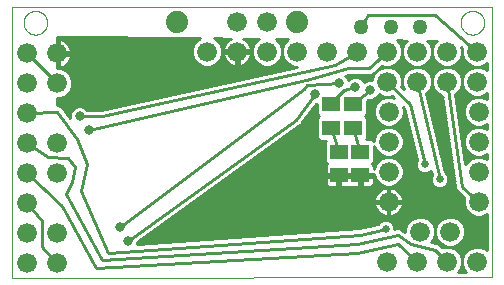
<source format=gtl>
G75*
%MOIN*%
%OFA0B0*%
%FSLAX25Y25*%
%IPPOS*%
%LPD*%
%AMOC8*
5,1,8,0,0,1.08239X$1,22.5*
%
%ADD10C,0.00000*%
%ADD11C,0.06600*%
%ADD12C,0.05000*%
%ADD13C,0.07400*%
%ADD14R,0.05906X0.05118*%
%ADD15C,0.01000*%
%ADD16C,0.03200*%
%ADD17C,0.02500*%
D10*
X0005000Y0010770D02*
X0005000Y0101270D01*
X0165000Y0101270D01*
X0165000Y0011270D01*
X0005000Y0010770D01*
X0008858Y0095916D02*
X0008860Y0096041D01*
X0008866Y0096166D01*
X0008876Y0096290D01*
X0008890Y0096414D01*
X0008907Y0096538D01*
X0008929Y0096661D01*
X0008955Y0096783D01*
X0008984Y0096905D01*
X0009017Y0097025D01*
X0009055Y0097144D01*
X0009095Y0097263D01*
X0009140Y0097379D01*
X0009188Y0097494D01*
X0009240Y0097608D01*
X0009296Y0097720D01*
X0009355Y0097830D01*
X0009417Y0097938D01*
X0009483Y0098045D01*
X0009552Y0098149D01*
X0009625Y0098250D01*
X0009700Y0098350D01*
X0009779Y0098447D01*
X0009861Y0098541D01*
X0009946Y0098633D01*
X0010033Y0098722D01*
X0010124Y0098808D01*
X0010217Y0098891D01*
X0010313Y0098972D01*
X0010411Y0099049D01*
X0010511Y0099123D01*
X0010614Y0099194D01*
X0010719Y0099261D01*
X0010827Y0099326D01*
X0010936Y0099386D01*
X0011047Y0099444D01*
X0011160Y0099497D01*
X0011274Y0099547D01*
X0011390Y0099594D01*
X0011507Y0099636D01*
X0011626Y0099675D01*
X0011746Y0099711D01*
X0011867Y0099742D01*
X0011989Y0099770D01*
X0012111Y0099793D01*
X0012235Y0099813D01*
X0012359Y0099829D01*
X0012483Y0099841D01*
X0012608Y0099849D01*
X0012733Y0099853D01*
X0012857Y0099853D01*
X0012982Y0099849D01*
X0013107Y0099841D01*
X0013231Y0099829D01*
X0013355Y0099813D01*
X0013479Y0099793D01*
X0013601Y0099770D01*
X0013723Y0099742D01*
X0013844Y0099711D01*
X0013964Y0099675D01*
X0014083Y0099636D01*
X0014200Y0099594D01*
X0014316Y0099547D01*
X0014430Y0099497D01*
X0014543Y0099444D01*
X0014654Y0099386D01*
X0014764Y0099326D01*
X0014871Y0099261D01*
X0014976Y0099194D01*
X0015079Y0099123D01*
X0015179Y0099049D01*
X0015277Y0098972D01*
X0015373Y0098891D01*
X0015466Y0098808D01*
X0015557Y0098722D01*
X0015644Y0098633D01*
X0015729Y0098541D01*
X0015811Y0098447D01*
X0015890Y0098350D01*
X0015965Y0098250D01*
X0016038Y0098149D01*
X0016107Y0098045D01*
X0016173Y0097938D01*
X0016235Y0097830D01*
X0016294Y0097720D01*
X0016350Y0097608D01*
X0016402Y0097494D01*
X0016450Y0097379D01*
X0016495Y0097263D01*
X0016535Y0097144D01*
X0016573Y0097025D01*
X0016606Y0096905D01*
X0016635Y0096783D01*
X0016661Y0096661D01*
X0016683Y0096538D01*
X0016700Y0096414D01*
X0016714Y0096290D01*
X0016724Y0096166D01*
X0016730Y0096041D01*
X0016732Y0095916D01*
X0016730Y0095791D01*
X0016724Y0095666D01*
X0016714Y0095542D01*
X0016700Y0095418D01*
X0016683Y0095294D01*
X0016661Y0095171D01*
X0016635Y0095049D01*
X0016606Y0094927D01*
X0016573Y0094807D01*
X0016535Y0094688D01*
X0016495Y0094569D01*
X0016450Y0094453D01*
X0016402Y0094338D01*
X0016350Y0094224D01*
X0016294Y0094112D01*
X0016235Y0094002D01*
X0016173Y0093894D01*
X0016107Y0093787D01*
X0016038Y0093683D01*
X0015965Y0093582D01*
X0015890Y0093482D01*
X0015811Y0093385D01*
X0015729Y0093291D01*
X0015644Y0093199D01*
X0015557Y0093110D01*
X0015466Y0093024D01*
X0015373Y0092941D01*
X0015277Y0092860D01*
X0015179Y0092783D01*
X0015079Y0092709D01*
X0014976Y0092638D01*
X0014871Y0092571D01*
X0014763Y0092506D01*
X0014654Y0092446D01*
X0014543Y0092388D01*
X0014430Y0092335D01*
X0014316Y0092285D01*
X0014200Y0092238D01*
X0014083Y0092196D01*
X0013964Y0092157D01*
X0013844Y0092121D01*
X0013723Y0092090D01*
X0013601Y0092062D01*
X0013479Y0092039D01*
X0013355Y0092019D01*
X0013231Y0092003D01*
X0013107Y0091991D01*
X0012982Y0091983D01*
X0012857Y0091979D01*
X0012733Y0091979D01*
X0012608Y0091983D01*
X0012483Y0091991D01*
X0012359Y0092003D01*
X0012235Y0092019D01*
X0012111Y0092039D01*
X0011989Y0092062D01*
X0011867Y0092090D01*
X0011746Y0092121D01*
X0011626Y0092157D01*
X0011507Y0092196D01*
X0011390Y0092238D01*
X0011274Y0092285D01*
X0011160Y0092335D01*
X0011047Y0092388D01*
X0010936Y0092446D01*
X0010826Y0092506D01*
X0010719Y0092571D01*
X0010614Y0092638D01*
X0010511Y0092709D01*
X0010411Y0092783D01*
X0010313Y0092860D01*
X0010217Y0092941D01*
X0010124Y0093024D01*
X0010033Y0093110D01*
X0009946Y0093199D01*
X0009861Y0093291D01*
X0009779Y0093385D01*
X0009700Y0093482D01*
X0009625Y0093582D01*
X0009552Y0093683D01*
X0009483Y0093787D01*
X0009417Y0093894D01*
X0009355Y0094002D01*
X0009296Y0094112D01*
X0009240Y0094224D01*
X0009188Y0094338D01*
X0009140Y0094453D01*
X0009095Y0094569D01*
X0009055Y0094688D01*
X0009017Y0094807D01*
X0008984Y0094927D01*
X0008955Y0095049D01*
X0008929Y0095171D01*
X0008907Y0095294D01*
X0008890Y0095418D01*
X0008876Y0095542D01*
X0008866Y0095666D01*
X0008860Y0095791D01*
X0008858Y0095916D01*
X0154528Y0095916D02*
X0154530Y0096041D01*
X0154536Y0096166D01*
X0154546Y0096290D01*
X0154560Y0096414D01*
X0154577Y0096538D01*
X0154599Y0096661D01*
X0154625Y0096783D01*
X0154654Y0096905D01*
X0154687Y0097025D01*
X0154725Y0097144D01*
X0154765Y0097263D01*
X0154810Y0097379D01*
X0154858Y0097494D01*
X0154910Y0097608D01*
X0154966Y0097720D01*
X0155025Y0097830D01*
X0155087Y0097938D01*
X0155153Y0098045D01*
X0155222Y0098149D01*
X0155295Y0098250D01*
X0155370Y0098350D01*
X0155449Y0098447D01*
X0155531Y0098541D01*
X0155616Y0098633D01*
X0155703Y0098722D01*
X0155794Y0098808D01*
X0155887Y0098891D01*
X0155983Y0098972D01*
X0156081Y0099049D01*
X0156181Y0099123D01*
X0156284Y0099194D01*
X0156389Y0099261D01*
X0156497Y0099326D01*
X0156606Y0099386D01*
X0156717Y0099444D01*
X0156830Y0099497D01*
X0156944Y0099547D01*
X0157060Y0099594D01*
X0157177Y0099636D01*
X0157296Y0099675D01*
X0157416Y0099711D01*
X0157537Y0099742D01*
X0157659Y0099770D01*
X0157781Y0099793D01*
X0157905Y0099813D01*
X0158029Y0099829D01*
X0158153Y0099841D01*
X0158278Y0099849D01*
X0158403Y0099853D01*
X0158527Y0099853D01*
X0158652Y0099849D01*
X0158777Y0099841D01*
X0158901Y0099829D01*
X0159025Y0099813D01*
X0159149Y0099793D01*
X0159271Y0099770D01*
X0159393Y0099742D01*
X0159514Y0099711D01*
X0159634Y0099675D01*
X0159753Y0099636D01*
X0159870Y0099594D01*
X0159986Y0099547D01*
X0160100Y0099497D01*
X0160213Y0099444D01*
X0160324Y0099386D01*
X0160434Y0099326D01*
X0160541Y0099261D01*
X0160646Y0099194D01*
X0160749Y0099123D01*
X0160849Y0099049D01*
X0160947Y0098972D01*
X0161043Y0098891D01*
X0161136Y0098808D01*
X0161227Y0098722D01*
X0161314Y0098633D01*
X0161399Y0098541D01*
X0161481Y0098447D01*
X0161560Y0098350D01*
X0161635Y0098250D01*
X0161708Y0098149D01*
X0161777Y0098045D01*
X0161843Y0097938D01*
X0161905Y0097830D01*
X0161964Y0097720D01*
X0162020Y0097608D01*
X0162072Y0097494D01*
X0162120Y0097379D01*
X0162165Y0097263D01*
X0162205Y0097144D01*
X0162243Y0097025D01*
X0162276Y0096905D01*
X0162305Y0096783D01*
X0162331Y0096661D01*
X0162353Y0096538D01*
X0162370Y0096414D01*
X0162384Y0096290D01*
X0162394Y0096166D01*
X0162400Y0096041D01*
X0162402Y0095916D01*
X0162400Y0095791D01*
X0162394Y0095666D01*
X0162384Y0095542D01*
X0162370Y0095418D01*
X0162353Y0095294D01*
X0162331Y0095171D01*
X0162305Y0095049D01*
X0162276Y0094927D01*
X0162243Y0094807D01*
X0162205Y0094688D01*
X0162165Y0094569D01*
X0162120Y0094453D01*
X0162072Y0094338D01*
X0162020Y0094224D01*
X0161964Y0094112D01*
X0161905Y0094002D01*
X0161843Y0093894D01*
X0161777Y0093787D01*
X0161708Y0093683D01*
X0161635Y0093582D01*
X0161560Y0093482D01*
X0161481Y0093385D01*
X0161399Y0093291D01*
X0161314Y0093199D01*
X0161227Y0093110D01*
X0161136Y0093024D01*
X0161043Y0092941D01*
X0160947Y0092860D01*
X0160849Y0092783D01*
X0160749Y0092709D01*
X0160646Y0092638D01*
X0160541Y0092571D01*
X0160433Y0092506D01*
X0160324Y0092446D01*
X0160213Y0092388D01*
X0160100Y0092335D01*
X0159986Y0092285D01*
X0159870Y0092238D01*
X0159753Y0092196D01*
X0159634Y0092157D01*
X0159514Y0092121D01*
X0159393Y0092090D01*
X0159271Y0092062D01*
X0159149Y0092039D01*
X0159025Y0092019D01*
X0158901Y0092003D01*
X0158777Y0091991D01*
X0158652Y0091983D01*
X0158527Y0091979D01*
X0158403Y0091979D01*
X0158278Y0091983D01*
X0158153Y0091991D01*
X0158029Y0092003D01*
X0157905Y0092019D01*
X0157781Y0092039D01*
X0157659Y0092062D01*
X0157537Y0092090D01*
X0157416Y0092121D01*
X0157296Y0092157D01*
X0157177Y0092196D01*
X0157060Y0092238D01*
X0156944Y0092285D01*
X0156830Y0092335D01*
X0156717Y0092388D01*
X0156606Y0092446D01*
X0156496Y0092506D01*
X0156389Y0092571D01*
X0156284Y0092638D01*
X0156181Y0092709D01*
X0156081Y0092783D01*
X0155983Y0092860D01*
X0155887Y0092941D01*
X0155794Y0093024D01*
X0155703Y0093110D01*
X0155616Y0093199D01*
X0155531Y0093291D01*
X0155449Y0093385D01*
X0155370Y0093482D01*
X0155295Y0093582D01*
X0155222Y0093683D01*
X0155153Y0093787D01*
X0155087Y0093894D01*
X0155025Y0094002D01*
X0154966Y0094112D01*
X0154910Y0094224D01*
X0154858Y0094338D01*
X0154810Y0094453D01*
X0154765Y0094569D01*
X0154725Y0094688D01*
X0154687Y0094807D01*
X0154654Y0094927D01*
X0154625Y0095049D01*
X0154599Y0095171D01*
X0154577Y0095294D01*
X0154560Y0095418D01*
X0154546Y0095542D01*
X0154536Y0095666D01*
X0154530Y0095791D01*
X0154528Y0095916D01*
D11*
X0150000Y0086270D03*
X0140000Y0086270D03*
X0130000Y0086270D03*
X0120000Y0086270D03*
X0110000Y0086270D03*
X0100000Y0086270D03*
X0090000Y0086270D03*
X0080000Y0086270D03*
X0070000Y0086270D03*
X0079843Y0096309D03*
X0089843Y0096309D03*
X0130000Y0076270D03*
X0140000Y0076270D03*
X0150000Y0076270D03*
X0160000Y0076270D03*
X0160000Y0086270D03*
X0160500Y0066270D03*
X0160500Y0056270D03*
X0160500Y0046270D03*
X0160500Y0036270D03*
X0151000Y0026270D03*
X0141000Y0026270D03*
X0130500Y0036270D03*
X0130500Y0046270D03*
X0130500Y0056270D03*
X0130500Y0066270D03*
X0130000Y0016270D03*
X0140000Y0016270D03*
X0150000Y0016270D03*
X0160000Y0016270D03*
X0020000Y0015770D03*
X0010000Y0015770D03*
X0010000Y0025770D03*
X0020000Y0025770D03*
X0010000Y0035770D03*
X0010000Y0045770D03*
X0020000Y0045770D03*
X0020000Y0055770D03*
X0010000Y0055770D03*
X0010000Y0065770D03*
X0010000Y0075770D03*
X0020000Y0075770D03*
X0020000Y0085770D03*
X0010000Y0085770D03*
D12*
X0121339Y0094341D03*
X0131181Y0094341D03*
X0141024Y0094341D03*
D13*
X0099882Y0096270D03*
X0059882Y0096270D03*
D14*
X0111220Y0068750D03*
X0118701Y0068750D03*
X0118701Y0060876D03*
X0111220Y0060876D03*
X0113976Y0053002D03*
X0121063Y0053002D03*
X0121063Y0045128D03*
X0113976Y0045128D03*
D15*
X0113476Y0045219D02*
X0077814Y0045219D01*
X0076425Y0044221D02*
X0109524Y0044221D01*
X0109524Y0044628D02*
X0109524Y0042372D01*
X0109626Y0041990D01*
X0109823Y0041648D01*
X0110103Y0041369D01*
X0110445Y0041172D01*
X0110826Y0041069D01*
X0113476Y0041069D01*
X0113476Y0044628D01*
X0109524Y0044628D01*
X0109524Y0045628D02*
X0113476Y0045628D01*
X0113476Y0044628D01*
X0114476Y0044628D01*
X0114476Y0041069D01*
X0117127Y0041069D01*
X0117508Y0041172D01*
X0117520Y0041178D01*
X0117531Y0041172D01*
X0117913Y0041069D01*
X0120563Y0041069D01*
X0120563Y0044628D01*
X0121563Y0044628D01*
X0121563Y0041069D01*
X0124213Y0041069D01*
X0124595Y0041172D01*
X0124937Y0041369D01*
X0125216Y0041648D01*
X0125414Y0041990D01*
X0125516Y0042372D01*
X0125516Y0044628D01*
X0121563Y0044628D01*
X0121563Y0045628D01*
X0125500Y0045628D01*
X0125500Y0045276D01*
X0126261Y0043438D01*
X0127668Y0042031D01*
X0129505Y0041270D01*
X0131495Y0041270D01*
X0133332Y0042031D01*
X0134739Y0043438D01*
X0135500Y0045276D01*
X0135500Y0047265D01*
X0134739Y0049102D01*
X0133332Y0050509D01*
X0131495Y0051270D01*
X0133332Y0052031D01*
X0134739Y0053438D01*
X0135500Y0055276D01*
X0135500Y0057265D01*
X0134739Y0059102D01*
X0133332Y0060509D01*
X0131495Y0061270D01*
X0133332Y0062031D01*
X0134739Y0063438D01*
X0135500Y0065276D01*
X0135500Y0067265D01*
X0135221Y0067938D01*
X0135513Y0067645D01*
X0139884Y0050163D01*
X0139550Y0049357D01*
X0139550Y0048183D01*
X0139999Y0047099D01*
X0140829Y0046269D01*
X0141913Y0045820D01*
X0143087Y0045820D01*
X0144171Y0046269D01*
X0144573Y0046671D01*
X0144908Y0045220D01*
X0144550Y0044357D01*
X0144550Y0043183D01*
X0144999Y0042099D01*
X0145829Y0041269D01*
X0146913Y0040820D01*
X0148087Y0040820D01*
X0149171Y0041269D01*
X0150001Y0042099D01*
X0150450Y0043183D01*
X0150450Y0044357D01*
X0150001Y0045441D01*
X0149184Y0046258D01*
X0143160Y0072359D01*
X0144239Y0073438D01*
X0145000Y0075276D01*
X0145000Y0077265D01*
X0144239Y0079102D01*
X0142832Y0080509D01*
X0140995Y0081270D01*
X0142832Y0082031D01*
X0144239Y0083438D01*
X0145000Y0085276D01*
X0145761Y0083438D01*
X0147168Y0082031D01*
X0149005Y0081270D01*
X0150995Y0081270D01*
X0152832Y0082031D01*
X0154239Y0083438D01*
X0155000Y0085276D01*
X0155761Y0083438D01*
X0157168Y0082031D01*
X0159005Y0081270D01*
X0157168Y0080509D01*
X0155761Y0079102D01*
X0155000Y0077265D01*
X0155000Y0075276D01*
X0154239Y0073438D01*
X0152832Y0072031D01*
X0152828Y0072030D01*
X0156144Y0048819D01*
X0156261Y0049102D01*
X0157668Y0050509D01*
X0159505Y0051270D01*
X0161495Y0051270D01*
X0163300Y0050522D01*
X0163300Y0052018D01*
X0161495Y0051270D01*
X0159505Y0051270D01*
X0157668Y0052031D01*
X0156261Y0053438D01*
X0155500Y0055276D01*
X0155500Y0057265D01*
X0156261Y0059102D01*
X0157668Y0060509D01*
X0159505Y0061270D01*
X0161495Y0061270D01*
X0163300Y0060522D01*
X0163300Y0062018D01*
X0161495Y0061270D01*
X0159505Y0061270D01*
X0157668Y0062031D01*
X0156261Y0063438D01*
X0155500Y0065276D01*
X0155500Y0067265D01*
X0156261Y0069102D01*
X0157668Y0070509D01*
X0159505Y0071270D01*
X0161495Y0071270D01*
X0163300Y0070522D01*
X0163300Y0072499D01*
X0162832Y0072031D01*
X0160995Y0071270D01*
X0159005Y0071270D01*
X0157168Y0072031D01*
X0155761Y0073438D01*
X0155000Y0075276D01*
X0155000Y0077265D01*
X0154239Y0079102D01*
X0152832Y0080509D01*
X0150995Y0081270D01*
X0149005Y0081270D01*
X0147168Y0080509D01*
X0145761Y0079102D01*
X0145000Y0077265D01*
X0145000Y0075276D01*
X0145761Y0073438D01*
X0147168Y0072031D01*
X0148460Y0071496D01*
X0152807Y0041062D01*
X0152846Y0040255D01*
X0152934Y0040175D01*
X0152951Y0040057D01*
X0153597Y0039572D01*
X0155674Y0037684D01*
X0155500Y0037265D01*
X0155500Y0035276D01*
X0156261Y0033438D01*
X0157668Y0032031D01*
X0159505Y0031270D01*
X0161495Y0031270D01*
X0163300Y0032018D01*
X0163300Y0020041D01*
X0162832Y0020509D01*
X0160995Y0021270D01*
X0159005Y0021270D01*
X0157168Y0020509D01*
X0155761Y0019102D01*
X0155000Y0017265D01*
X0154239Y0019102D01*
X0152832Y0020509D01*
X0150995Y0021270D01*
X0149005Y0021270D01*
X0148373Y0021008D01*
X0147747Y0021634D01*
X0147418Y0022183D01*
X0147125Y0022257D01*
X0146911Y0022470D01*
X0146271Y0022470D01*
X0144671Y0022870D01*
X0145239Y0023438D01*
X0146000Y0025276D01*
X0146761Y0023438D01*
X0148168Y0022031D01*
X0150005Y0021270D01*
X0151995Y0021270D01*
X0153832Y0022031D01*
X0155239Y0023438D01*
X0156000Y0025276D01*
X0156000Y0027265D01*
X0155239Y0029102D01*
X0153832Y0030509D01*
X0151995Y0031270D01*
X0150005Y0031270D01*
X0148168Y0030509D01*
X0146761Y0029102D01*
X0146000Y0027265D01*
X0146000Y0025276D01*
X0146000Y0027265D01*
X0145239Y0029102D01*
X0143832Y0030509D01*
X0141995Y0031270D01*
X0140005Y0031270D01*
X0138168Y0030509D01*
X0136761Y0029102D01*
X0136000Y0027265D01*
X0136000Y0026247D01*
X0135456Y0026610D01*
X0135450Y0026637D01*
X0134701Y0027113D01*
X0133962Y0027606D01*
X0133935Y0027601D01*
X0133912Y0027615D01*
X0133046Y0027423D01*
X0132450Y0027304D01*
X0132450Y0027857D01*
X0132001Y0028941D01*
X0131171Y0029771D01*
X0130087Y0030220D01*
X0128913Y0030220D01*
X0127829Y0029771D01*
X0127000Y0028942D01*
X0120668Y0027452D01*
X0046613Y0022162D01*
X0046800Y0022614D01*
X0046800Y0022932D01*
X0100426Y0061468D01*
X0100813Y0061531D01*
X0101137Y0061980D01*
X0101587Y0062303D01*
X0101650Y0062690D01*
X0106193Y0068982D01*
X0106519Y0068982D01*
X0106568Y0069002D01*
X0106568Y0065487D01*
X0107242Y0064813D01*
X0106568Y0064140D01*
X0106568Y0057613D01*
X0107564Y0056617D01*
X0109675Y0056617D01*
X0109324Y0056266D01*
X0109324Y0049739D01*
X0110149Y0048914D01*
X0110103Y0048888D01*
X0109823Y0048608D01*
X0109626Y0048266D01*
X0109524Y0047885D01*
X0109524Y0045628D01*
X0109524Y0046218D02*
X0079204Y0046218D01*
X0080593Y0047216D02*
X0109524Y0047216D01*
X0109612Y0048215D02*
X0081983Y0048215D01*
X0083372Y0049214D02*
X0109849Y0049214D01*
X0109324Y0050212D02*
X0084762Y0050212D01*
X0086151Y0051211D02*
X0109324Y0051211D01*
X0109324Y0052209D02*
X0087541Y0052209D01*
X0088930Y0053208D02*
X0109324Y0053208D01*
X0109324Y0054206D02*
X0090320Y0054206D01*
X0091709Y0055205D02*
X0109324Y0055205D01*
X0109324Y0056203D02*
X0093099Y0056203D01*
X0094488Y0057202D02*
X0106979Y0057202D01*
X0106568Y0058200D02*
X0095878Y0058200D01*
X0097267Y0059199D02*
X0106568Y0059199D01*
X0106568Y0060197D02*
X0098657Y0060197D01*
X0100046Y0061196D02*
X0106568Y0061196D01*
X0106568Y0062194D02*
X0101436Y0062194D01*
X0102013Y0063193D02*
X0106568Y0063193D01*
X0106619Y0064191D02*
X0102734Y0064191D01*
X0103455Y0065190D02*
X0106865Y0065190D01*
X0106568Y0066188D02*
X0104176Y0066188D01*
X0104897Y0067187D02*
X0106568Y0067187D01*
X0106568Y0068185D02*
X0105618Y0068185D01*
X0105862Y0072282D02*
X0099563Y0063557D01*
X0043500Y0023270D01*
X0046651Y0022254D02*
X0047892Y0022254D01*
X0047245Y0023252D02*
X0061872Y0023252D01*
X0054193Y0028245D02*
X0124037Y0028245D01*
X0127301Y0029243D02*
X0055582Y0029243D01*
X0056972Y0030242D02*
X0137901Y0030242D01*
X0136902Y0029243D02*
X0131699Y0029243D01*
X0132289Y0028245D02*
X0136406Y0028245D01*
X0136000Y0027246D02*
X0134502Y0027246D01*
X0136000Y0026248D02*
X0136000Y0026248D01*
X0133500Y0025270D02*
X0138000Y0022270D01*
X0146000Y0020270D01*
X0150000Y0016270D01*
X0155000Y0016263D02*
X0155000Y0016263D01*
X0155000Y0015276D02*
X0155000Y0017265D01*
X0155000Y0015276D01*
X0154239Y0013438D01*
X0153736Y0012935D01*
X0156256Y0012943D01*
X0155761Y0013438D01*
X0155000Y0015276D01*
X0154995Y0015264D02*
X0155005Y0015264D01*
X0155418Y0014266D02*
X0154582Y0014266D01*
X0154068Y0013267D02*
X0155932Y0013267D01*
X0155000Y0017261D02*
X0155000Y0017261D01*
X0154588Y0018260D02*
X0155412Y0018260D01*
X0155917Y0019258D02*
X0154083Y0019258D01*
X0153084Y0020257D02*
X0156916Y0020257D01*
X0158970Y0021255D02*
X0151030Y0021255D01*
X0148970Y0021255D02*
X0148126Y0021255D01*
X0147945Y0022254D02*
X0147136Y0022254D01*
X0146947Y0023252D02*
X0145053Y0023252D01*
X0145576Y0024251D02*
X0146424Y0024251D01*
X0146011Y0025249D02*
X0145989Y0025249D01*
X0146000Y0026248D02*
X0146000Y0026248D01*
X0146000Y0027246D02*
X0146000Y0027246D01*
X0145594Y0028245D02*
X0146406Y0028245D01*
X0146902Y0029243D02*
X0145098Y0029243D01*
X0144099Y0030242D02*
X0147901Y0030242D01*
X0149934Y0031240D02*
X0142066Y0031240D01*
X0139934Y0031240D02*
X0058361Y0031240D01*
X0059751Y0032239D02*
X0127882Y0032239D01*
X0127984Y0032165D02*
X0128657Y0031822D01*
X0129376Y0031588D01*
X0130122Y0031470D01*
X0130200Y0031470D01*
X0130200Y0035970D01*
X0130800Y0035970D01*
X0130800Y0031470D01*
X0130878Y0031470D01*
X0131624Y0031588D01*
X0132343Y0031822D01*
X0133016Y0032165D01*
X0133627Y0032609D01*
X0134161Y0033143D01*
X0134605Y0033754D01*
X0134948Y0034428D01*
X0135182Y0035146D01*
X0135300Y0035892D01*
X0135300Y0035970D01*
X0130800Y0035970D01*
X0130800Y0036570D01*
X0135300Y0036570D01*
X0135300Y0036648D01*
X0135182Y0037394D01*
X0134948Y0038113D01*
X0134605Y0038786D01*
X0134161Y0039397D01*
X0133627Y0039931D01*
X0133016Y0040375D01*
X0132343Y0040718D01*
X0131624Y0040952D01*
X0130878Y0041070D01*
X0130800Y0041070D01*
X0130800Y0036570D01*
X0130200Y0036570D01*
X0130200Y0035970D01*
X0125700Y0035970D01*
X0125700Y0035892D01*
X0125818Y0035146D01*
X0126052Y0034428D01*
X0126395Y0033754D01*
X0126839Y0033143D01*
X0127373Y0032609D01*
X0127984Y0032165D01*
X0126770Y0033237D02*
X0061140Y0033237D01*
X0062530Y0034236D02*
X0126149Y0034236D01*
X0125804Y0035234D02*
X0063919Y0035234D01*
X0065309Y0036233D02*
X0130200Y0036233D01*
X0130200Y0036570D02*
X0125700Y0036570D01*
X0125700Y0036648D01*
X0125818Y0037394D01*
X0126052Y0038113D01*
X0126395Y0038786D01*
X0126839Y0039397D01*
X0127373Y0039931D01*
X0127984Y0040375D01*
X0128657Y0040718D01*
X0129376Y0040952D01*
X0130122Y0041070D01*
X0130200Y0041070D01*
X0130200Y0036570D01*
X0130200Y0037231D02*
X0130800Y0037231D01*
X0130800Y0036233D02*
X0155500Y0036233D01*
X0155500Y0037231D02*
X0135208Y0037231D01*
X0134889Y0038230D02*
X0155074Y0038230D01*
X0153975Y0039228D02*
X0134284Y0039228D01*
X0133220Y0040227D02*
X0152877Y0040227D01*
X0152784Y0041225D02*
X0149065Y0041225D01*
X0150053Y0042224D02*
X0152641Y0042224D01*
X0152499Y0043222D02*
X0150450Y0043222D01*
X0150450Y0044221D02*
X0152356Y0044221D01*
X0152213Y0045219D02*
X0150093Y0045219D01*
X0149224Y0046218D02*
X0152071Y0046218D01*
X0151928Y0047216D02*
X0148962Y0047216D01*
X0148732Y0048215D02*
X0151786Y0048215D01*
X0151643Y0049214D02*
X0148502Y0049214D01*
X0148271Y0050212D02*
X0151500Y0050212D01*
X0151358Y0051211D02*
X0148041Y0051211D01*
X0147810Y0052209D02*
X0151215Y0052209D01*
X0151072Y0053208D02*
X0147580Y0053208D01*
X0147350Y0054206D02*
X0150930Y0054206D01*
X0150787Y0055205D02*
X0147119Y0055205D01*
X0146889Y0056203D02*
X0150644Y0056203D01*
X0150502Y0057202D02*
X0146658Y0057202D01*
X0146428Y0058200D02*
X0150359Y0058200D01*
X0150216Y0059199D02*
X0146197Y0059199D01*
X0145967Y0060197D02*
X0150074Y0060197D01*
X0149931Y0061196D02*
X0145737Y0061196D01*
X0145506Y0062194D02*
X0149789Y0062194D01*
X0149646Y0063193D02*
X0145276Y0063193D01*
X0145045Y0064191D02*
X0149503Y0064191D01*
X0149361Y0065190D02*
X0144815Y0065190D01*
X0144584Y0066188D02*
X0149218Y0066188D01*
X0149075Y0067187D02*
X0144354Y0067187D01*
X0144124Y0068185D02*
X0148933Y0068185D01*
X0148790Y0069184D02*
X0143893Y0069184D01*
X0143663Y0070182D02*
X0148647Y0070182D01*
X0148505Y0071181D02*
X0143432Y0071181D01*
X0143202Y0072179D02*
X0147020Y0072179D01*
X0146021Y0073178D02*
X0143979Y0073178D01*
X0144545Y0074176D02*
X0145455Y0074176D01*
X0145042Y0075175D02*
X0144958Y0075175D01*
X0145000Y0076173D02*
X0145000Y0076173D01*
X0145000Y0077172D02*
X0145000Y0077172D01*
X0144625Y0078170D02*
X0145375Y0078170D01*
X0145828Y0079169D02*
X0144172Y0079169D01*
X0143174Y0080167D02*
X0146826Y0080167D01*
X0148754Y0081166D02*
X0141246Y0081166D01*
X0140995Y0081270D02*
X0139005Y0081270D01*
X0137168Y0082031D01*
X0135761Y0083438D01*
X0135000Y0085276D01*
X0135000Y0087265D01*
X0135761Y0089102D01*
X0136662Y0090003D01*
X0133302Y0090040D01*
X0134239Y0089102D01*
X0135000Y0087265D01*
X0135000Y0085276D01*
X0134239Y0083438D01*
X0132832Y0082031D01*
X0130995Y0081270D01*
X0129005Y0081270D01*
X0128176Y0081614D01*
X0125522Y0079181D01*
X0124911Y0078570D01*
X0124856Y0078570D01*
X0124815Y0078533D01*
X0123952Y0078570D01*
X0117306Y0078570D01*
X0116121Y0078234D01*
X0116672Y0077683D01*
X0117016Y0076851D01*
X0117619Y0077453D01*
X0118832Y0077956D01*
X0120145Y0077956D01*
X0121357Y0077453D01*
X0122286Y0076525D01*
X0122384Y0076289D01*
X0123556Y0076775D01*
X0124869Y0076775D01*
X0125000Y0076721D01*
X0125000Y0077265D01*
X0125761Y0079102D01*
X0127168Y0080509D01*
X0129005Y0081270D01*
X0130995Y0081270D01*
X0132832Y0080509D01*
X0134239Y0079102D01*
X0135000Y0077265D01*
X0135000Y0075276D01*
X0134738Y0074643D01*
X0135632Y0073749D01*
X0135000Y0075276D01*
X0135000Y0077265D01*
X0135761Y0079102D01*
X0137168Y0080509D01*
X0139005Y0081270D01*
X0140995Y0081270D01*
X0138754Y0081166D02*
X0131246Y0081166D01*
X0132965Y0082164D02*
X0137035Y0082164D01*
X0136036Y0083163D02*
X0133964Y0083163D01*
X0134539Y0084161D02*
X0135461Y0084161D01*
X0135048Y0085160D02*
X0134952Y0085160D01*
X0135000Y0086158D02*
X0135000Y0086158D01*
X0135000Y0087157D02*
X0135000Y0087157D01*
X0134631Y0088155D02*
X0135369Y0088155D01*
X0135813Y0089154D02*
X0134187Y0089154D01*
X0130000Y0086270D02*
X0124000Y0080770D01*
X0117000Y0080770D01*
X0104181Y0077132D01*
X0030500Y0060270D01*
X0026500Y0057270D02*
X0020000Y0066270D01*
X0010000Y0065770D01*
X0020000Y0068498D02*
X0020000Y0070770D01*
X0020995Y0070770D01*
X0022832Y0071531D01*
X0024239Y0072938D01*
X0025000Y0074776D01*
X0025000Y0076765D01*
X0024239Y0078602D01*
X0022832Y0080009D01*
X0020995Y0080770D01*
X0020000Y0080770D01*
X0020000Y0085270D01*
X0020500Y0085270D01*
X0020500Y0080989D01*
X0021124Y0081088D01*
X0021843Y0081322D01*
X0022516Y0081665D01*
X0023127Y0082109D01*
X0023661Y0082643D01*
X0024105Y0083254D01*
X0024448Y0083928D01*
X0024682Y0084646D01*
X0024781Y0085270D01*
X0020500Y0085270D01*
X0020500Y0086270D01*
X0024781Y0086270D01*
X0024682Y0086894D01*
X0024448Y0087613D01*
X0024105Y0088286D01*
X0023661Y0088897D01*
X0023127Y0089431D01*
X0022516Y0089875D01*
X0021843Y0090218D01*
X0021124Y0090452D01*
X0020500Y0090551D01*
X0020500Y0086270D01*
X0020000Y0086270D01*
X0020000Y0091270D01*
X0067753Y0090751D01*
X0067168Y0090509D01*
X0065761Y0089102D01*
X0065000Y0087265D01*
X0065000Y0085276D01*
X0065761Y0083438D01*
X0067168Y0082031D01*
X0069005Y0081270D01*
X0070995Y0081270D01*
X0072832Y0082031D01*
X0074239Y0083438D01*
X0075000Y0085276D01*
X0075000Y0087265D01*
X0074239Y0089102D01*
X0072832Y0090509D01*
X0072368Y0090701D01*
X0078004Y0090640D01*
X0077484Y0090375D01*
X0076873Y0089931D01*
X0076339Y0089397D01*
X0075895Y0088786D01*
X0075552Y0088113D01*
X0075318Y0087394D01*
X0075219Y0086770D01*
X0079500Y0086770D01*
X0079500Y0085770D01*
X0080500Y0085770D01*
X0080500Y0081489D01*
X0081124Y0081588D01*
X0081843Y0081822D01*
X0082516Y0082165D01*
X0083127Y0082609D01*
X0083661Y0083143D01*
X0084105Y0083754D01*
X0084448Y0084428D01*
X0084682Y0085146D01*
X0084781Y0085770D01*
X0080500Y0085770D01*
X0080500Y0086770D01*
X0084781Y0086770D01*
X0084682Y0087394D01*
X0084448Y0088113D01*
X0084105Y0088786D01*
X0083661Y0089397D01*
X0083127Y0089931D01*
X0082516Y0090375D01*
X0082083Y0090596D01*
X0087242Y0090540D01*
X0087168Y0090509D01*
X0085761Y0089102D01*
X0085000Y0087265D01*
X0085000Y0085276D01*
X0085761Y0083438D01*
X0087168Y0082031D01*
X0089005Y0081270D01*
X0090995Y0081270D01*
X0092832Y0082031D01*
X0094239Y0083438D01*
X0095000Y0085276D01*
X0095761Y0083438D01*
X0097168Y0082031D01*
X0099005Y0081270D01*
X0099953Y0081270D01*
X0034762Y0066970D01*
X0029967Y0066970D01*
X0029369Y0067568D01*
X0028156Y0068070D01*
X0026844Y0068070D01*
X0025631Y0067568D01*
X0024702Y0066639D01*
X0024200Y0065426D01*
X0024200Y0064212D01*
X0022165Y0067030D01*
X0022152Y0067290D01*
X0021648Y0067746D01*
X0021250Y0068297D01*
X0020993Y0068338D01*
X0020800Y0068513D01*
X0020122Y0068479D01*
X0020000Y0068498D01*
X0020000Y0069184D02*
X0044853Y0069184D01*
X0040301Y0068185D02*
X0021331Y0068185D01*
X0022157Y0067187D02*
X0025250Y0067187D01*
X0024516Y0066188D02*
X0022773Y0066188D01*
X0023494Y0065190D02*
X0024200Y0065190D01*
X0027500Y0064770D02*
X0035000Y0064770D01*
X0112500Y0081770D01*
X0120000Y0086270D01*
X0127688Y0081166D02*
X0128754Y0081166D01*
X0126826Y0080167D02*
X0126598Y0080167D01*
X0125828Y0079169D02*
X0125510Y0079169D01*
X0125375Y0078170D02*
X0116184Y0078170D01*
X0116883Y0077172D02*
X0117337Y0077172D01*
X0119488Y0074656D02*
X0115551Y0073475D01*
X0111220Y0069144D01*
X0111220Y0068750D01*
X0118701Y0068750D02*
X0124213Y0073475D01*
X0126585Y0071181D02*
X0129290Y0071181D01*
X0129505Y0071270D02*
X0127668Y0070509D01*
X0126261Y0069102D01*
X0125500Y0067265D01*
X0125500Y0065276D01*
X0126261Y0063438D01*
X0127668Y0062031D01*
X0129505Y0061270D01*
X0131495Y0061270D01*
X0129505Y0061270D01*
X0127668Y0060509D01*
X0126261Y0059102D01*
X0125500Y0057265D01*
X0125500Y0056481D01*
X0124720Y0057261D01*
X0123002Y0057261D01*
X0123354Y0057613D01*
X0123354Y0064140D01*
X0122680Y0064813D01*
X0123354Y0065487D01*
X0123354Y0069841D01*
X0123743Y0070175D01*
X0124869Y0070175D01*
X0126082Y0070677D01*
X0127010Y0071605D01*
X0127184Y0072025D01*
X0129005Y0071270D01*
X0130995Y0071270D01*
X0131627Y0071532D01*
X0132167Y0070991D01*
X0131495Y0071270D01*
X0129505Y0071270D01*
X0131710Y0071181D02*
X0131978Y0071181D01*
X0135205Y0074176D02*
X0135455Y0074176D01*
X0135042Y0075175D02*
X0134958Y0075175D01*
X0135000Y0076173D02*
X0135000Y0076173D01*
X0135000Y0077172D02*
X0135000Y0077172D01*
X0134625Y0078170D02*
X0135375Y0078170D01*
X0135828Y0079169D02*
X0134172Y0079169D01*
X0133174Y0080167D02*
X0136826Y0080167D01*
X0140000Y0076270D02*
X0147500Y0043770D01*
X0144550Y0044221D02*
X0135063Y0044221D01*
X0135477Y0045219D02*
X0144907Y0045219D01*
X0144677Y0046218D02*
X0144047Y0046218D01*
X0142500Y0048770D02*
X0137500Y0068770D01*
X0130000Y0076270D01*
X0125000Y0077172D02*
X0121639Y0077172D01*
X0113874Y0075813D02*
X0103323Y0075026D01*
X0102165Y0073869D01*
X0041000Y0027770D01*
X0048635Y0024251D02*
X0075851Y0024251D01*
X0089830Y0025249D02*
X0050024Y0025249D01*
X0051414Y0026248D02*
X0103809Y0026248D01*
X0117788Y0027246D02*
X0052803Y0027246D01*
X0066698Y0037231D02*
X0125792Y0037231D01*
X0126111Y0038230D02*
X0068088Y0038230D01*
X0069477Y0039228D02*
X0126716Y0039228D01*
X0127780Y0040227D02*
X0070867Y0040227D01*
X0072256Y0041225D02*
X0110351Y0041225D01*
X0109563Y0042224D02*
X0073646Y0042224D01*
X0075035Y0043222D02*
X0109524Y0043222D01*
X0113476Y0043222D02*
X0114476Y0043222D01*
X0114476Y0042224D02*
X0113476Y0042224D01*
X0113476Y0041225D02*
X0114476Y0041225D01*
X0114476Y0044221D02*
X0113476Y0044221D01*
X0114476Y0044628D02*
X0114476Y0045628D01*
X0118429Y0045628D01*
X0120563Y0045628D01*
X0120563Y0044628D01*
X0114476Y0044628D01*
X0114476Y0045219D02*
X0120563Y0045219D01*
X0120563Y0044221D02*
X0121563Y0044221D01*
X0121563Y0045219D02*
X0125523Y0045219D01*
X0125516Y0044221D02*
X0125937Y0044221D01*
X0125516Y0043222D02*
X0126477Y0043222D01*
X0127475Y0042224D02*
X0125476Y0042224D01*
X0124688Y0041225D02*
X0145935Y0041225D01*
X0144947Y0042224D02*
X0133525Y0042224D01*
X0134523Y0043222D02*
X0144550Y0043222D01*
X0140953Y0046218D02*
X0135500Y0046218D01*
X0135500Y0047216D02*
X0139950Y0047216D01*
X0139550Y0048215D02*
X0135106Y0048215D01*
X0134628Y0049214D02*
X0139550Y0049214D01*
X0139872Y0050212D02*
X0133629Y0050212D01*
X0133510Y0052209D02*
X0139373Y0052209D01*
X0139622Y0051211D02*
X0131638Y0051211D01*
X0131495Y0051270D02*
X0129505Y0051270D01*
X0131495Y0051270D01*
X0129505Y0051270D02*
X0127668Y0052031D01*
X0126261Y0053438D01*
X0125716Y0054755D01*
X0125716Y0049739D01*
X0124891Y0048914D01*
X0124937Y0048888D01*
X0125216Y0048608D01*
X0125414Y0048266D01*
X0125516Y0047885D01*
X0125516Y0047303D01*
X0126261Y0049102D01*
X0127668Y0050509D01*
X0129505Y0051270D01*
X0129362Y0051211D02*
X0125716Y0051211D01*
X0125716Y0052209D02*
X0127490Y0052209D01*
X0126491Y0053208D02*
X0125716Y0053208D01*
X0125716Y0054206D02*
X0125943Y0054206D01*
X0121063Y0053002D02*
X0118701Y0060876D01*
X0123354Y0061196D02*
X0129326Y0061196D01*
X0127505Y0062194D02*
X0123354Y0062194D01*
X0123354Y0063193D02*
X0126506Y0063193D01*
X0125949Y0064191D02*
X0123302Y0064191D01*
X0123056Y0065190D02*
X0125536Y0065190D01*
X0125500Y0066188D02*
X0123354Y0066188D01*
X0123354Y0067187D02*
X0125500Y0067187D01*
X0125881Y0068185D02*
X0123354Y0068185D01*
X0123354Y0069184D02*
X0126343Y0069184D01*
X0127341Y0070182D02*
X0124887Y0070182D01*
X0135500Y0067187D02*
X0135628Y0067187D01*
X0135500Y0066188D02*
X0135878Y0066188D01*
X0136127Y0065190D02*
X0135464Y0065190D01*
X0135051Y0064191D02*
X0136377Y0064191D01*
X0136627Y0063193D02*
X0134494Y0063193D01*
X0133495Y0062194D02*
X0136876Y0062194D01*
X0137126Y0061196D02*
X0131674Y0061196D01*
X0133644Y0060197D02*
X0137376Y0060197D01*
X0137625Y0059199D02*
X0134643Y0059199D01*
X0135113Y0058200D02*
X0137875Y0058200D01*
X0138124Y0057202D02*
X0135500Y0057202D01*
X0135500Y0056203D02*
X0138374Y0056203D01*
X0138624Y0055205D02*
X0135471Y0055205D01*
X0135057Y0054206D02*
X0138873Y0054206D01*
X0139123Y0053208D02*
X0134509Y0053208D01*
X0127371Y0050212D02*
X0125716Y0050212D01*
X0125190Y0049214D02*
X0126372Y0049214D01*
X0125894Y0048215D02*
X0125427Y0048215D01*
X0121563Y0043222D02*
X0120563Y0043222D01*
X0120563Y0042224D02*
X0121563Y0042224D01*
X0121563Y0041225D02*
X0120563Y0041225D01*
X0130200Y0040227D02*
X0130800Y0040227D01*
X0130800Y0039228D02*
X0130200Y0039228D01*
X0130200Y0038230D02*
X0130800Y0038230D01*
X0130800Y0035234D02*
X0130200Y0035234D01*
X0130200Y0034236D02*
X0130800Y0034236D01*
X0130800Y0033237D02*
X0130200Y0033237D01*
X0130200Y0032239D02*
X0130800Y0032239D01*
X0133118Y0032239D02*
X0157460Y0032239D01*
X0156462Y0033237D02*
X0134230Y0033237D01*
X0134851Y0034236D02*
X0155931Y0034236D01*
X0155517Y0035234D02*
X0135196Y0035234D01*
X0129500Y0027270D02*
X0121000Y0025270D01*
X0037000Y0019270D01*
X0028000Y0039770D01*
X0030000Y0048770D01*
X0026500Y0057270D01*
X0023500Y0050770D02*
X0017000Y0051270D01*
X0010000Y0055770D01*
X0023500Y0050770D02*
X0026000Y0047770D01*
X0025000Y0042770D01*
X0023000Y0038770D01*
X0035000Y0016770D01*
X0120000Y0022270D01*
X0133500Y0025270D01*
X0133500Y0022270D02*
X0140000Y0016270D01*
X0133500Y0022270D02*
X0120000Y0019270D01*
X0033000Y0014270D01*
X0021500Y0034770D01*
X0010000Y0045770D01*
X0010000Y0035770D02*
X0015000Y0029770D01*
X0015000Y0021270D01*
X0020000Y0015770D01*
X0029750Y0067187D02*
X0035749Y0067187D01*
X0024338Y0073178D02*
X0063061Y0073178D01*
X0058509Y0072179D02*
X0023480Y0072179D01*
X0021986Y0071181D02*
X0053957Y0071181D01*
X0049405Y0070182D02*
X0020000Y0070182D01*
X0024752Y0074176D02*
X0067613Y0074176D01*
X0072166Y0075175D02*
X0025000Y0075175D01*
X0025000Y0076173D02*
X0076718Y0076173D01*
X0081270Y0077172D02*
X0024831Y0077172D01*
X0024418Y0078170D02*
X0085822Y0078170D01*
X0090374Y0079169D02*
X0023672Y0079169D01*
X0022450Y0080167D02*
X0094926Y0080167D01*
X0092965Y0082164D02*
X0097035Y0082164D01*
X0096036Y0083163D02*
X0093964Y0083163D01*
X0094539Y0084161D02*
X0095461Y0084161D01*
X0095048Y0085160D02*
X0094952Y0085160D01*
X0095000Y0085276D02*
X0095000Y0087265D01*
X0095000Y0085276D01*
X0095000Y0086158D02*
X0095000Y0086158D01*
X0095000Y0087157D02*
X0095000Y0087157D01*
X0095000Y0087265D02*
X0095761Y0089102D01*
X0097092Y0090433D01*
X0092862Y0090479D01*
X0094239Y0089102D01*
X0095000Y0087265D01*
X0094631Y0088155D02*
X0095369Y0088155D01*
X0095813Y0089154D02*
X0094187Y0089154D01*
X0093189Y0090152D02*
X0096811Y0090152D01*
X0086811Y0090152D02*
X0082823Y0090152D01*
X0083838Y0089154D02*
X0085813Y0089154D01*
X0085369Y0088155D02*
X0084427Y0088155D01*
X0084719Y0087157D02*
X0085000Y0087157D01*
X0085000Y0086158D02*
X0080500Y0086158D01*
X0080500Y0085160D02*
X0079500Y0085160D01*
X0079500Y0085770D02*
X0079500Y0081489D01*
X0078876Y0081588D01*
X0078157Y0081822D01*
X0077484Y0082165D01*
X0076873Y0082609D01*
X0076339Y0083143D01*
X0075895Y0083754D01*
X0075552Y0084428D01*
X0075318Y0085146D01*
X0075219Y0085770D01*
X0079500Y0085770D01*
X0079500Y0086158D02*
X0075000Y0086158D01*
X0075000Y0087157D02*
X0075281Y0087157D01*
X0075573Y0088155D02*
X0074631Y0088155D01*
X0074187Y0089154D02*
X0076162Y0089154D01*
X0077177Y0090152D02*
X0073189Y0090152D01*
X0066811Y0090152D02*
X0021972Y0090152D01*
X0020500Y0090152D02*
X0020000Y0090152D01*
X0020000Y0089154D02*
X0020500Y0089154D01*
X0020500Y0088155D02*
X0020000Y0088155D01*
X0020000Y0087157D02*
X0020500Y0087157D01*
X0020500Y0086158D02*
X0065000Y0086158D01*
X0065000Y0087157D02*
X0024596Y0087157D01*
X0024172Y0088155D02*
X0065369Y0088155D01*
X0065813Y0089154D02*
X0023404Y0089154D01*
X0020000Y0091151D02*
X0030966Y0091151D01*
X0024763Y0085160D02*
X0065048Y0085160D01*
X0065461Y0084161D02*
X0024524Y0084161D01*
X0024039Y0083163D02*
X0066036Y0083163D01*
X0067035Y0082164D02*
X0023183Y0082164D01*
X0021363Y0081166D02*
X0099478Y0081166D01*
X0087035Y0082164D02*
X0082515Y0082164D01*
X0083676Y0083163D02*
X0086036Y0083163D01*
X0085461Y0084161D02*
X0084313Y0084161D01*
X0084684Y0085160D02*
X0085048Y0085160D01*
X0080500Y0084161D02*
X0079500Y0084161D01*
X0079500Y0083163D02*
X0080500Y0083163D01*
X0080500Y0082164D02*
X0079500Y0082164D01*
X0077485Y0082164D02*
X0072965Y0082164D01*
X0073964Y0083163D02*
X0076324Y0083163D01*
X0075687Y0084161D02*
X0074539Y0084161D01*
X0074952Y0085160D02*
X0075316Y0085160D01*
X0111220Y0060876D02*
X0113976Y0053002D01*
X0123354Y0058200D02*
X0125887Y0058200D01*
X0125500Y0057202D02*
X0124780Y0057202D01*
X0123354Y0059199D02*
X0126357Y0059199D01*
X0127356Y0060197D02*
X0123354Y0060197D01*
X0150000Y0076270D02*
X0155000Y0041270D01*
X0160500Y0036270D01*
X0163300Y0031240D02*
X0152066Y0031240D01*
X0154099Y0030242D02*
X0163300Y0030242D01*
X0163300Y0029243D02*
X0155098Y0029243D01*
X0155594Y0028245D02*
X0163300Y0028245D01*
X0163300Y0027246D02*
X0156000Y0027246D01*
X0156000Y0026248D02*
X0163300Y0026248D01*
X0163300Y0025249D02*
X0155989Y0025249D01*
X0155576Y0024251D02*
X0163300Y0024251D01*
X0163300Y0023252D02*
X0155053Y0023252D01*
X0154055Y0022254D02*
X0163300Y0022254D01*
X0163300Y0021255D02*
X0161030Y0021255D01*
X0163084Y0020257D02*
X0163300Y0020257D01*
X0156372Y0049214D02*
X0156088Y0049214D01*
X0155945Y0050212D02*
X0157371Y0050212D01*
X0155802Y0051211D02*
X0159362Y0051211D01*
X0157490Y0052209D02*
X0155660Y0052209D01*
X0155517Y0053208D02*
X0156491Y0053208D01*
X0155943Y0054206D02*
X0155374Y0054206D01*
X0155232Y0055205D02*
X0155529Y0055205D01*
X0155500Y0056203D02*
X0155089Y0056203D01*
X0154946Y0057202D02*
X0155500Y0057202D01*
X0155887Y0058200D02*
X0154804Y0058200D01*
X0154661Y0059199D02*
X0156357Y0059199D01*
X0157356Y0060197D02*
X0154518Y0060197D01*
X0154376Y0061196D02*
X0159326Y0061196D01*
X0157505Y0062194D02*
X0154233Y0062194D01*
X0154091Y0063193D02*
X0156506Y0063193D01*
X0155949Y0064191D02*
X0153948Y0064191D01*
X0153805Y0065190D02*
X0155536Y0065190D01*
X0155500Y0066188D02*
X0153663Y0066188D01*
X0153520Y0067187D02*
X0155500Y0067187D01*
X0155881Y0068185D02*
X0153377Y0068185D01*
X0153235Y0069184D02*
X0156343Y0069184D01*
X0157341Y0070182D02*
X0153092Y0070182D01*
X0152949Y0071181D02*
X0159290Y0071181D01*
X0157020Y0072179D02*
X0152980Y0072179D01*
X0153979Y0073178D02*
X0156021Y0073178D01*
X0155455Y0074176D02*
X0154545Y0074176D01*
X0154958Y0075175D02*
X0155042Y0075175D01*
X0155000Y0076173D02*
X0155000Y0076173D01*
X0155000Y0077172D02*
X0155000Y0077172D01*
X0154625Y0078170D02*
X0155375Y0078170D01*
X0155828Y0079169D02*
X0154172Y0079169D01*
X0153174Y0080167D02*
X0156826Y0080167D01*
X0158754Y0081166D02*
X0151246Y0081166D01*
X0152965Y0082164D02*
X0157035Y0082164D01*
X0156036Y0083163D02*
X0153964Y0083163D01*
X0154539Y0084161D02*
X0155461Y0084161D01*
X0155048Y0085160D02*
X0154952Y0085160D01*
X0155000Y0085276D02*
X0155000Y0087265D01*
X0155000Y0085276D01*
X0155000Y0086158D02*
X0155000Y0086158D01*
X0155000Y0087157D02*
X0155000Y0087157D01*
X0155000Y0087265D02*
X0155123Y0087562D01*
X0154740Y0087892D01*
X0155000Y0087265D01*
X0160000Y0086270D02*
X0145945Y0098357D01*
X0123819Y0098357D01*
X0121339Y0094341D01*
X0143411Y0089930D02*
X0144239Y0089102D01*
X0145000Y0087265D01*
X0145000Y0085276D01*
X0145000Y0087265D01*
X0145761Y0089102D01*
X0146554Y0089896D01*
X0143411Y0089930D01*
X0144187Y0089154D02*
X0145813Y0089154D01*
X0145369Y0088155D02*
X0144631Y0088155D01*
X0145000Y0087157D02*
X0145000Y0087157D01*
X0145000Y0086158D02*
X0145000Y0086158D01*
X0144952Y0085160D02*
X0145048Y0085160D01*
X0145461Y0084161D02*
X0144539Y0084161D01*
X0143964Y0083163D02*
X0146036Y0083163D01*
X0147035Y0082164D02*
X0142965Y0082164D01*
X0159005Y0081270D02*
X0160995Y0081270D01*
X0162832Y0080509D01*
X0163300Y0080041D01*
X0163300Y0082499D01*
X0162832Y0082031D01*
X0160995Y0081270D01*
X0159005Y0081270D01*
X0161246Y0081166D02*
X0163300Y0081166D01*
X0163300Y0082164D02*
X0162965Y0082164D01*
X0163174Y0080167D02*
X0163300Y0080167D01*
X0163300Y0072179D02*
X0162980Y0072179D01*
X0163300Y0071181D02*
X0161710Y0071181D01*
X0161674Y0061196D02*
X0163300Y0061196D01*
X0163300Y0051211D02*
X0161638Y0051211D01*
X0020500Y0081166D02*
X0020000Y0081166D01*
X0020000Y0082164D02*
X0020500Y0082164D01*
X0020500Y0083163D02*
X0020000Y0083163D01*
X0020000Y0084161D02*
X0020500Y0084161D01*
X0020500Y0085160D02*
X0020000Y0085160D01*
X0020000Y0075770D02*
X0010000Y0085770D01*
D16*
X0027500Y0064770D03*
X0030500Y0060270D03*
X0041000Y0027770D03*
X0043500Y0023270D03*
X0108244Y0034802D03*
X0108244Y0039802D03*
X0108244Y0044802D03*
X0108244Y0050195D03*
X0105862Y0072282D03*
X0113874Y0075813D03*
X0119488Y0074656D03*
X0124213Y0073475D03*
D17*
X0142500Y0048770D03*
X0147500Y0043770D03*
X0129500Y0027270D03*
M02*

</source>
